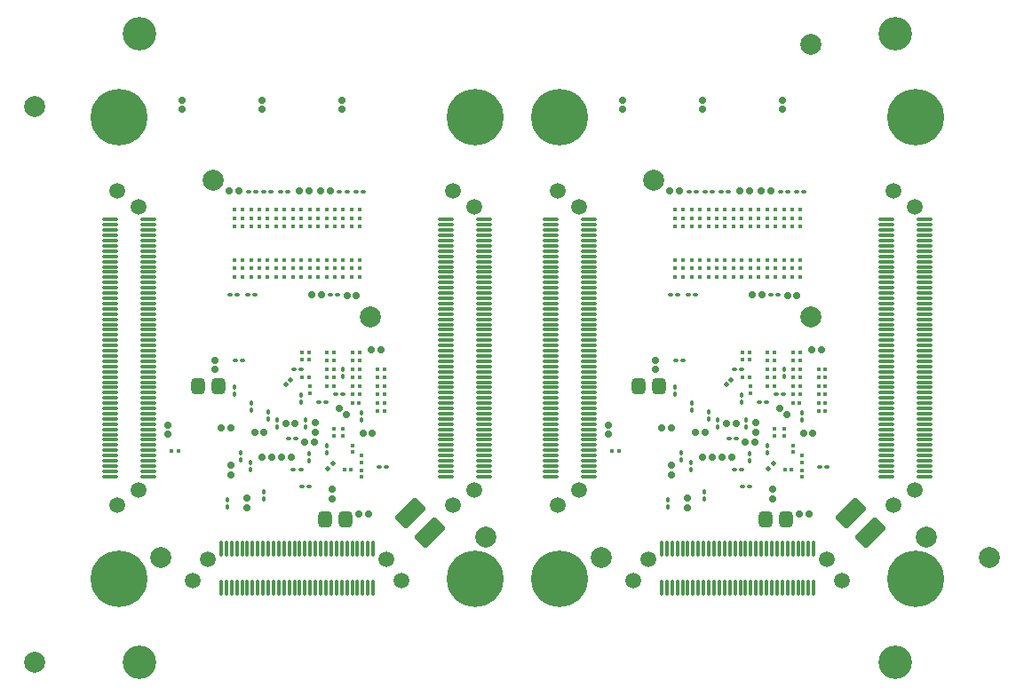
<source format=gbr>
G04*
G04 #@! TF.GenerationSoftware,Altium Limited,Altium Designer,22.4.2 (48)*
G04*
G04 Layer_Color=16711935*
%FSAX24Y24*%
%MOIN*%
G70*
G04*
G04 #@! TF.SameCoordinates,804BE6BC-564E-48D7-BD21-CB3B51F5BFA5*
G04*
G04*
G04 #@! TF.FilePolarity,Negative*
G04*
G01*
G75*
G04:AMPARAMS|DCode=22|XSize=59.1mil|YSize=51.2mil|CornerRadius=12.8mil|HoleSize=0mil|Usage=FLASHONLY|Rotation=90.000|XOffset=0mil|YOffset=0mil|HoleType=Round|Shape=RoundedRectangle|*
%AMROUNDEDRECTD22*
21,1,0.0591,0.0256,0,0,90.0*
21,1,0.0335,0.0512,0,0,90.0*
1,1,0.0256,0.0128,0.0167*
1,1,0.0256,0.0128,-0.0167*
1,1,0.0256,-0.0128,-0.0167*
1,1,0.0256,-0.0128,0.0167*
%
%ADD22ROUNDEDRECTD22*%
G04:AMPARAMS|DCode=23|XSize=23.6mil|YSize=23.6mil|CornerRadius=5.9mil|HoleSize=0mil|Usage=FLASHONLY|Rotation=270.000|XOffset=0mil|YOffset=0mil|HoleType=Round|Shape=RoundedRectangle|*
%AMROUNDEDRECTD23*
21,1,0.0236,0.0118,0,0,270.0*
21,1,0.0118,0.0236,0,0,270.0*
1,1,0.0118,-0.0059,-0.0059*
1,1,0.0118,-0.0059,0.0059*
1,1,0.0118,0.0059,0.0059*
1,1,0.0118,0.0059,-0.0059*
%
%ADD23ROUNDEDRECTD23*%
G04:AMPARAMS|DCode=24|XSize=23.6mil|YSize=23.6mil|CornerRadius=5.9mil|HoleSize=0mil|Usage=FLASHONLY|Rotation=0.000|XOffset=0mil|YOffset=0mil|HoleType=Round|Shape=RoundedRectangle|*
%AMROUNDEDRECTD24*
21,1,0.0236,0.0118,0,0,0.0*
21,1,0.0118,0.0236,0,0,0.0*
1,1,0.0118,0.0059,-0.0059*
1,1,0.0118,-0.0059,-0.0059*
1,1,0.0118,-0.0059,0.0059*
1,1,0.0118,0.0059,0.0059*
%
%ADD24ROUNDEDRECTD24*%
G04:AMPARAMS|DCode=25|XSize=25.2mil|YSize=25.2mil|CornerRadius=6.3mil|HoleSize=0mil|Usage=FLASHONLY|Rotation=0.000|XOffset=0mil|YOffset=0mil|HoleType=Round|Shape=RoundedRectangle|*
%AMROUNDEDRECTD25*
21,1,0.0252,0.0126,0,0,0.0*
21,1,0.0126,0.0252,0,0,0.0*
1,1,0.0126,0.0063,-0.0063*
1,1,0.0126,-0.0063,-0.0063*
1,1,0.0126,-0.0063,0.0063*
1,1,0.0126,0.0063,0.0063*
%
%ADD25ROUNDEDRECTD25*%
G04:AMPARAMS|DCode=26|XSize=25.2mil|YSize=25.2mil|CornerRadius=6.3mil|HoleSize=0mil|Usage=FLASHONLY|Rotation=270.000|XOffset=0mil|YOffset=0mil|HoleType=Round|Shape=RoundedRectangle|*
%AMROUNDEDRECTD26*
21,1,0.0252,0.0126,0,0,270.0*
21,1,0.0126,0.0252,0,0,270.0*
1,1,0.0126,-0.0063,-0.0063*
1,1,0.0126,-0.0063,0.0063*
1,1,0.0126,0.0063,0.0063*
1,1,0.0126,0.0063,-0.0063*
%
%ADD26ROUNDEDRECTD26*%
G04:AMPARAMS|DCode=28|XSize=25.2mil|YSize=25.2mil|CornerRadius=6.3mil|HoleSize=0mil|Usage=FLASHONLY|Rotation=225.000|XOffset=0mil|YOffset=0mil|HoleType=Round|Shape=RoundedRectangle|*
%AMROUNDEDRECTD28*
21,1,0.0252,0.0126,0,0,225.0*
21,1,0.0126,0.0252,0,0,225.0*
1,1,0.0126,-0.0089,0.0000*
1,1,0.0126,0.0000,0.0089*
1,1,0.0126,0.0089,0.0000*
1,1,0.0126,0.0000,-0.0089*
%
%ADD28ROUNDEDRECTD28*%
G04:AMPARAMS|DCode=29|XSize=13.8mil|YSize=15.7mil|CornerRadius=3.4mil|HoleSize=0mil|Usage=FLASHONLY|Rotation=270.000|XOffset=0mil|YOffset=0mil|HoleType=Round|Shape=RoundedRectangle|*
%AMROUNDEDRECTD29*
21,1,0.0138,0.0089,0,0,270.0*
21,1,0.0069,0.0157,0,0,270.0*
1,1,0.0069,-0.0044,-0.0034*
1,1,0.0069,-0.0044,0.0034*
1,1,0.0069,0.0044,0.0034*
1,1,0.0069,0.0044,-0.0034*
%
%ADD29ROUNDEDRECTD29*%
G04:AMPARAMS|DCode=30|XSize=13.8mil|YSize=15.7mil|CornerRadius=3.4mil|HoleSize=0mil|Usage=FLASHONLY|Rotation=180.000|XOffset=0mil|YOffset=0mil|HoleType=Round|Shape=RoundedRectangle|*
%AMROUNDEDRECTD30*
21,1,0.0138,0.0089,0,0,180.0*
21,1,0.0069,0.0157,0,0,180.0*
1,1,0.0069,-0.0034,0.0044*
1,1,0.0069,0.0034,0.0044*
1,1,0.0069,0.0034,-0.0044*
1,1,0.0069,-0.0034,-0.0044*
%
%ADD30ROUNDEDRECTD30*%
G04:AMPARAMS|DCode=31|XSize=16.5mil|YSize=18.1mil|CornerRadius=4.1mil|HoleSize=0mil|Usage=FLASHONLY|Rotation=270.000|XOffset=0mil|YOffset=0mil|HoleType=Round|Shape=RoundedRectangle|*
%AMROUNDEDRECTD31*
21,1,0.0165,0.0098,0,0,270.0*
21,1,0.0083,0.0181,0,0,270.0*
1,1,0.0083,-0.0049,-0.0041*
1,1,0.0083,-0.0049,0.0041*
1,1,0.0083,0.0049,0.0041*
1,1,0.0083,0.0049,-0.0041*
%
%ADD31ROUNDEDRECTD31*%
%ADD33C,0.0157*%
%ADD45C,0.1260*%
%ADD46C,0.2126*%
%ADD47C,0.0591*%
G04:AMPARAMS|DCode=51|XSize=110.2mil|YSize=65mil|CornerRadius=8.1mil|HoleSize=0mil|Usage=FLASHONLY|Rotation=45.000|XOffset=0mil|YOffset=0mil|HoleType=Round|Shape=RoundedRectangle|*
%AMROUNDEDRECTD51*
21,1,0.1102,0.0487,0,0,45.0*
21,1,0.0940,0.0650,0,0,45.0*
1,1,0.0162,0.0505,0.0160*
1,1,0.0162,-0.0160,-0.0505*
1,1,0.0162,-0.0505,-0.0160*
1,1,0.0162,0.0160,0.0505*
%
%ADD51ROUNDEDRECTD51*%
G04:AMPARAMS|DCode=52|XSize=16.5mil|YSize=18.1mil|CornerRadius=4.1mil|HoleSize=0mil|Usage=FLASHONLY|Rotation=180.000|XOffset=0mil|YOffset=0mil|HoleType=Round|Shape=RoundedRectangle|*
%AMROUNDEDRECTD52*
21,1,0.0165,0.0098,0,0,180.0*
21,1,0.0083,0.0181,0,0,180.0*
1,1,0.0083,-0.0041,0.0049*
1,1,0.0083,0.0041,0.0049*
1,1,0.0083,0.0041,-0.0049*
1,1,0.0083,-0.0041,-0.0049*
%
%ADD52ROUNDEDRECTD52*%
G04:AMPARAMS|DCode=53|XSize=16.5mil|YSize=18.1mil|CornerRadius=4.1mil|HoleSize=0mil|Usage=FLASHONLY|Rotation=135.000|XOffset=0mil|YOffset=0mil|HoleType=Round|Shape=RoundedRectangle|*
%AMROUNDEDRECTD53*
21,1,0.0165,0.0098,0,0,135.0*
21,1,0.0083,0.0181,0,0,135.0*
1,1,0.0083,0.0006,0.0064*
1,1,0.0083,0.0064,0.0006*
1,1,0.0083,-0.0006,-0.0064*
1,1,0.0083,-0.0064,-0.0006*
%
%ADD53ROUNDEDRECTD53*%
G04:AMPARAMS|DCode=54|XSize=11.8mil|YSize=59.1mil|CornerRadius=3mil|HoleSize=0mil|Usage=FLASHONLY|Rotation=0.000|XOffset=0mil|YOffset=0mil|HoleType=Round|Shape=RoundedRectangle|*
%AMROUNDEDRECTD54*
21,1,0.0118,0.0531,0,0,0.0*
21,1,0.0059,0.0591,0,0,0.0*
1,1,0.0059,0.0030,-0.0266*
1,1,0.0059,-0.0030,-0.0266*
1,1,0.0059,-0.0030,0.0266*
1,1,0.0059,0.0030,0.0266*
%
%ADD54ROUNDEDRECTD54*%
G04:AMPARAMS|DCode=55|XSize=11.8mil|YSize=59.1mil|CornerRadius=3mil|HoleSize=0mil|Usage=FLASHONLY|Rotation=270.000|XOffset=0mil|YOffset=0mil|HoleType=Round|Shape=RoundedRectangle|*
%AMROUNDEDRECTD55*
21,1,0.0118,0.0531,0,0,270.0*
21,1,0.0059,0.0591,0,0,270.0*
1,1,0.0059,-0.0266,-0.0030*
1,1,0.0059,-0.0266,0.0030*
1,1,0.0059,0.0266,0.0030*
1,1,0.0059,0.0266,-0.0030*
%
%ADD55ROUNDEDRECTD55*%
%ADD64C,0.0787*%
D22*
X008848Y012343D02*
D03*
X008100D02*
D03*
X013622Y007362D02*
D03*
X012874D02*
D03*
X025384Y012343D02*
D03*
X024636D02*
D03*
X030157Y007362D02*
D03*
X029409D02*
D03*
D23*
X012362Y015768D02*
D03*
X012717D02*
D03*
X010846Y009675D02*
D03*
X010492D02*
D03*
X012106Y010256D02*
D03*
X012461D02*
D03*
X011742Y010955D02*
D03*
X011388D02*
D03*
X028898Y015768D02*
D03*
X029252D02*
D03*
X027382Y009675D02*
D03*
X027028D02*
D03*
X028642Y010256D02*
D03*
X028996D02*
D03*
X028278Y010955D02*
D03*
X027923D02*
D03*
D24*
X010482Y022736D02*
D03*
Y023091D02*
D03*
X013494Y022736D02*
D03*
Y023091D02*
D03*
X007490Y022736D02*
D03*
Y023091D02*
D03*
X027018Y022736D02*
D03*
Y023091D02*
D03*
X030030Y022736D02*
D03*
Y023091D02*
D03*
X024026Y022736D02*
D03*
Y023091D02*
D03*
D25*
X009341Y009032D02*
D03*
Y009394D02*
D03*
X009921Y007772D02*
D03*
Y008134D02*
D03*
X012490Y010988D02*
D03*
Y010626D02*
D03*
X008720Y012968D02*
D03*
Y013331D02*
D03*
X013120Y008469D02*
D03*
Y008106D02*
D03*
X006959Y010900D02*
D03*
Y010537D02*
D03*
X025876Y009032D02*
D03*
Y009394D02*
D03*
X026457Y007772D02*
D03*
Y008134D02*
D03*
X029026Y010988D02*
D03*
Y010626D02*
D03*
X025256Y012968D02*
D03*
Y013331D02*
D03*
X029656Y008469D02*
D03*
Y008106D02*
D03*
X023494Y010900D02*
D03*
Y010537D02*
D03*
D26*
X010575Y010630D02*
D03*
X010213D02*
D03*
X011217Y009685D02*
D03*
X011579D02*
D03*
X009335Y010778D02*
D03*
X008972D02*
D03*
X014278Y010591D02*
D03*
X014640D02*
D03*
X014593Y013711D02*
D03*
X014955D02*
D03*
X014140Y007539D02*
D03*
X014502D02*
D03*
X013677Y015748D02*
D03*
X014039D02*
D03*
X009268Y019685D02*
D03*
X009630D02*
D03*
X012268D02*
D03*
X011906D02*
D03*
X012693D02*
D03*
X013055D02*
D03*
X027110Y010630D02*
D03*
X026748D02*
D03*
X027752Y009685D02*
D03*
X028114D02*
D03*
X025870Y010778D02*
D03*
X025508D02*
D03*
X030813Y010591D02*
D03*
X031175D02*
D03*
X031128Y013711D02*
D03*
X031490D02*
D03*
X030675Y007539D02*
D03*
X031037D02*
D03*
X030213Y015748D02*
D03*
X030575D02*
D03*
X025803Y019685D02*
D03*
X026165D02*
D03*
X028803D02*
D03*
X028441D02*
D03*
X029228D02*
D03*
X029591D02*
D03*
D28*
X013396Y011526D02*
D03*
X013652Y011270D02*
D03*
X029931Y011526D02*
D03*
X030187Y011270D02*
D03*
D29*
X015098Y012992D02*
D03*
X014843D02*
D03*
X015098Y012047D02*
D03*
X014843D02*
D03*
X014134Y011732D02*
D03*
X013878D02*
D03*
X015098Y012677D02*
D03*
X014843D02*
D03*
X015098Y011732D02*
D03*
X014843D02*
D03*
X015098Y012362D02*
D03*
X014843D02*
D03*
X012254Y013346D02*
D03*
X011998D02*
D03*
X012254Y012667D02*
D03*
X011998D02*
D03*
X012254Y013632D02*
D03*
X011998D02*
D03*
X014144Y013307D02*
D03*
X013888D02*
D03*
X013189Y013622D02*
D03*
X012933D02*
D03*
X015098Y011417D02*
D03*
X014843D02*
D03*
X013189Y013307D02*
D03*
X012933D02*
D03*
X013189Y012362D02*
D03*
X012933D02*
D03*
X013189Y012677D02*
D03*
X012933D02*
D03*
X013189Y012992D02*
D03*
X012933D02*
D03*
X014144Y012362D02*
D03*
X013888D02*
D03*
X014144Y012992D02*
D03*
X013888D02*
D03*
X014144Y013622D02*
D03*
X013888D02*
D03*
X014144Y012677D02*
D03*
X013888D02*
D03*
X014144Y012047D02*
D03*
X013888D02*
D03*
X007106Y009902D02*
D03*
X007362D02*
D03*
X013579Y009209D02*
D03*
X013835D02*
D03*
X031634Y012992D02*
D03*
X031378D02*
D03*
X031634Y012047D02*
D03*
X031378D02*
D03*
X030669Y011732D02*
D03*
X030413D02*
D03*
X031634Y012677D02*
D03*
X031378D02*
D03*
X031634Y011732D02*
D03*
X031378D02*
D03*
X031634Y012362D02*
D03*
X031378D02*
D03*
X028789Y013346D02*
D03*
X028533D02*
D03*
X028789Y012667D02*
D03*
X028533D02*
D03*
X028789Y013632D02*
D03*
X028533D02*
D03*
X030679Y013307D02*
D03*
X030423D02*
D03*
X029724Y013622D02*
D03*
X029469D02*
D03*
X031634Y011417D02*
D03*
X031378D02*
D03*
X029724Y013307D02*
D03*
X029469D02*
D03*
X029724Y012362D02*
D03*
X029469D02*
D03*
X029724Y012677D02*
D03*
X029469D02*
D03*
X029724Y012992D02*
D03*
X029469D02*
D03*
X030679Y012362D02*
D03*
X030423D02*
D03*
X030679Y012992D02*
D03*
X030423D02*
D03*
X030679Y013622D02*
D03*
X030423D02*
D03*
X030679Y012677D02*
D03*
X030423D02*
D03*
X030679Y012047D02*
D03*
X030423D02*
D03*
X023642Y009902D02*
D03*
X023898D02*
D03*
X030114Y009209D02*
D03*
X030370D02*
D03*
D30*
X012283Y012352D02*
D03*
Y012096D02*
D03*
X013199Y010492D02*
D03*
Y010748D02*
D03*
X013543Y010492D02*
D03*
Y010748D02*
D03*
X014232Y009193D02*
D03*
Y008937D02*
D03*
Y009744D02*
D03*
Y009488D02*
D03*
X013878Y010128D02*
D03*
Y009872D02*
D03*
X028819Y012352D02*
D03*
Y012096D02*
D03*
X029734Y010492D02*
D03*
Y010748D02*
D03*
X030079Y010492D02*
D03*
Y010748D02*
D03*
X030768Y009193D02*
D03*
Y008937D02*
D03*
Y009744D02*
D03*
Y009488D02*
D03*
X030413Y010128D02*
D03*
Y009872D02*
D03*
D31*
X011500Y010384D02*
D03*
X011768D02*
D03*
X012622Y011742D02*
D03*
X012890D02*
D03*
X011945Y012996D02*
D03*
X011677D02*
D03*
X013530Y012047D02*
D03*
X013262D02*
D03*
X009750Y013317D02*
D03*
X009482D02*
D03*
X011944Y009216D02*
D03*
X011676D02*
D03*
X012256Y008583D02*
D03*
X011988D02*
D03*
X014896Y009311D02*
D03*
X015163D02*
D03*
X014039Y019646D02*
D03*
X014307D02*
D03*
X013323Y015787D02*
D03*
X013055D02*
D03*
X011472Y019646D02*
D03*
X011205D02*
D03*
X009984D02*
D03*
X010252D02*
D03*
X010843D02*
D03*
X010575D02*
D03*
X009945Y015787D02*
D03*
X010213D02*
D03*
X013409Y019646D02*
D03*
X013677D02*
D03*
X009305Y015778D02*
D03*
X009573D02*
D03*
X028035Y010384D02*
D03*
X028303D02*
D03*
X029157Y011742D02*
D03*
X029425D02*
D03*
X028481Y012996D02*
D03*
X028213D02*
D03*
X030065Y012047D02*
D03*
X029797D02*
D03*
X026285Y013317D02*
D03*
X026018D02*
D03*
X028480Y009216D02*
D03*
X028212D02*
D03*
X028791Y008583D02*
D03*
X028524D02*
D03*
X031431Y009311D02*
D03*
X031699D02*
D03*
X030575Y019646D02*
D03*
X030843D02*
D03*
X029858Y015787D02*
D03*
X029591D02*
D03*
X028008Y019646D02*
D03*
X027740D02*
D03*
X026520D02*
D03*
X026787D02*
D03*
X027378D02*
D03*
X027110D02*
D03*
X026480Y015787D02*
D03*
X026748D02*
D03*
X029945Y019646D02*
D03*
X030213D02*
D03*
X025841Y015778D02*
D03*
X026108D02*
D03*
D33*
X013858Y018976D02*
D03*
X013543D02*
D03*
X014173D02*
D03*
X013543Y018661D02*
D03*
X013228Y018976D02*
D03*
X012913D02*
D03*
X013228Y018661D02*
D03*
X012913D02*
D03*
X014173D02*
D03*
X013858D02*
D03*
X014173Y018346D02*
D03*
X013858D02*
D03*
X013228D02*
D03*
X012913D02*
D03*
X013543D02*
D03*
X012598Y018976D02*
D03*
X012283D02*
D03*
Y018661D02*
D03*
X011969D02*
D03*
Y018976D02*
D03*
X011654D02*
D03*
Y018661D02*
D03*
X012598D02*
D03*
X011969Y018346D02*
D03*
X012598D02*
D03*
X012283D02*
D03*
X011654D02*
D03*
X014173Y017087D02*
D03*
X013543D02*
D03*
X013228D02*
D03*
X013858D02*
D03*
X013228Y016772D02*
D03*
X014173D02*
D03*
X013858D02*
D03*
X014173Y016457D02*
D03*
X013858D02*
D03*
X013543Y016772D02*
D03*
X013228Y016457D02*
D03*
X013543D02*
D03*
X012598Y017087D02*
D03*
X012283D02*
D03*
X012913D02*
D03*
X012283Y016772D02*
D03*
X011969Y017087D02*
D03*
X011654D02*
D03*
X011969Y016772D02*
D03*
X012913D02*
D03*
X012598D02*
D03*
X012913Y016457D02*
D03*
X012598D02*
D03*
X011969D02*
D03*
X011654D02*
D03*
X012283D02*
D03*
X011024Y018976D02*
D03*
X010709D02*
D03*
X011339D02*
D03*
X010709Y018661D02*
D03*
X010394D02*
D03*
X011339D02*
D03*
X011024D02*
D03*
X011339Y018346D02*
D03*
X011024D02*
D03*
X010709D02*
D03*
X010394D02*
D03*
X009449Y018976D02*
D03*
X010079D02*
D03*
X009764D02*
D03*
X010394D02*
D03*
X010079Y018661D02*
D03*
Y018346D02*
D03*
X009764D02*
D03*
Y018661D02*
D03*
X009449D02*
D03*
Y018346D02*
D03*
X011339Y017087D02*
D03*
X011024Y016772D02*
D03*
X011654D02*
D03*
X011339D02*
D03*
X011024Y017087D02*
D03*
X010709D02*
D03*
Y016772D02*
D03*
Y016457D02*
D03*
X010394D02*
D03*
X011339D02*
D03*
X011024D02*
D03*
X009764Y017087D02*
D03*
X009449D02*
D03*
X010394D02*
D03*
X010079D02*
D03*
X010394Y016772D02*
D03*
X010079D02*
D03*
Y016457D02*
D03*
X009764D02*
D03*
Y016772D02*
D03*
X009449D02*
D03*
Y016457D02*
D03*
X030394Y018976D02*
D03*
X030079D02*
D03*
X030709D02*
D03*
X030079Y018661D02*
D03*
X029764Y018976D02*
D03*
X029449D02*
D03*
X029764Y018661D02*
D03*
X029449D02*
D03*
X030709D02*
D03*
X030394D02*
D03*
X030709Y018346D02*
D03*
X030394D02*
D03*
X029764D02*
D03*
X029449D02*
D03*
X030079D02*
D03*
X029134Y018976D02*
D03*
X028819D02*
D03*
Y018661D02*
D03*
X028504D02*
D03*
Y018976D02*
D03*
X028189D02*
D03*
Y018661D02*
D03*
X029134D02*
D03*
X028504Y018346D02*
D03*
X029134D02*
D03*
X028819D02*
D03*
X028189D02*
D03*
X030709Y017087D02*
D03*
X030079D02*
D03*
X029764D02*
D03*
X030394D02*
D03*
X029764Y016772D02*
D03*
X030709D02*
D03*
X030394D02*
D03*
X030709Y016457D02*
D03*
X030394D02*
D03*
X030079Y016772D02*
D03*
X029764Y016457D02*
D03*
X030079D02*
D03*
X029134Y017087D02*
D03*
X028819D02*
D03*
X029449D02*
D03*
X028819Y016772D02*
D03*
X028504Y017087D02*
D03*
X028189D02*
D03*
X028504Y016772D02*
D03*
X029449D02*
D03*
X029134D02*
D03*
X029449Y016457D02*
D03*
X029134D02*
D03*
X028504D02*
D03*
X028189D02*
D03*
X028819D02*
D03*
X027559Y018976D02*
D03*
X027244D02*
D03*
X027874D02*
D03*
X027244Y018661D02*
D03*
X026929D02*
D03*
X027874D02*
D03*
X027559D02*
D03*
X027874Y018346D02*
D03*
X027559D02*
D03*
X027244D02*
D03*
X026929D02*
D03*
X025984Y018976D02*
D03*
X026614D02*
D03*
X026299D02*
D03*
X026929D02*
D03*
X026614Y018661D02*
D03*
Y018346D02*
D03*
X026299D02*
D03*
Y018661D02*
D03*
X025984D02*
D03*
Y018346D02*
D03*
X027874Y017087D02*
D03*
X027559Y016772D02*
D03*
X028189D02*
D03*
X027874D02*
D03*
X027559Y017087D02*
D03*
X027244D02*
D03*
Y016772D02*
D03*
Y016457D02*
D03*
X026929D02*
D03*
X027874D02*
D03*
X027559D02*
D03*
X026299Y017087D02*
D03*
X025984D02*
D03*
X026929D02*
D03*
X026614D02*
D03*
X026929Y016772D02*
D03*
X026614D02*
D03*
Y016457D02*
D03*
X026299D02*
D03*
Y016772D02*
D03*
X025984D02*
D03*
Y016457D02*
D03*
D45*
X034252Y025591D02*
D03*
Y001969D02*
D03*
X005906D02*
D03*
Y025591D02*
D03*
D46*
X018504Y005118D02*
D03*
X005118D02*
D03*
X018504Y022441D02*
D03*
X005118D02*
D03*
X035039Y005118D02*
D03*
X021654D02*
D03*
X035039Y022441D02*
D03*
X021654D02*
D03*
D47*
X015157Y005846D02*
D03*
X015738Y005059D02*
D03*
X008465Y005846D02*
D03*
X007884Y005059D02*
D03*
X005846Y019094D02*
D03*
X005059Y019675D02*
D03*
X005846Y008465D02*
D03*
X005059Y007884D02*
D03*
X018445Y019094D02*
D03*
X017657Y019675D02*
D03*
X018445Y008465D02*
D03*
X017657Y007884D02*
D03*
X031693Y005846D02*
D03*
X032274Y005059D02*
D03*
X025000Y005846D02*
D03*
X024419Y005059D02*
D03*
X022382Y019094D02*
D03*
X021594Y019675D02*
D03*
X022382Y008465D02*
D03*
X021594Y007884D02*
D03*
X034980Y019094D02*
D03*
X034193Y019675D02*
D03*
X034980Y008465D02*
D03*
X034193Y007884D02*
D03*
D51*
X016786Y006836D02*
D03*
X016048Y007574D02*
D03*
X033322Y006836D02*
D03*
X032584Y007574D02*
D03*
D52*
X010069Y009226D02*
D03*
Y009494D02*
D03*
X009705Y009581D02*
D03*
Y009848D02*
D03*
X010551Y008382D02*
D03*
Y008114D02*
D03*
X009183Y008087D02*
D03*
Y007819D02*
D03*
X011959Y011766D02*
D03*
Y012033D02*
D03*
X010715Y011115D02*
D03*
Y011382D02*
D03*
X011053Y010821D02*
D03*
Y011089D02*
D03*
X012923Y010124D02*
D03*
Y009856D02*
D03*
X012254Y009561D02*
D03*
Y009829D02*
D03*
X012136Y011079D02*
D03*
Y010811D02*
D03*
X009453Y012062D02*
D03*
Y012330D02*
D03*
X010089Y011709D02*
D03*
Y011441D02*
D03*
X014222Y011087D02*
D03*
Y011354D02*
D03*
X013543Y012978D02*
D03*
Y012711D02*
D03*
X026604Y009226D02*
D03*
Y009494D02*
D03*
X026240Y009581D02*
D03*
Y009848D02*
D03*
X027087Y008382D02*
D03*
Y008114D02*
D03*
X025719Y008087D02*
D03*
Y007819D02*
D03*
X028494Y011766D02*
D03*
Y012033D02*
D03*
X027250Y011115D02*
D03*
Y011382D02*
D03*
X027589Y010821D02*
D03*
Y011089D02*
D03*
X029459Y010124D02*
D03*
Y009856D02*
D03*
X028789Y009561D02*
D03*
Y009829D02*
D03*
X028671Y011079D02*
D03*
Y010811D02*
D03*
X025989Y012062D02*
D03*
Y012330D02*
D03*
X026624Y011709D02*
D03*
Y011441D02*
D03*
X030758Y011087D02*
D03*
Y011354D02*
D03*
X030079Y012978D02*
D03*
Y012711D02*
D03*
D53*
X011382Y012405D02*
D03*
X011571Y012595D02*
D03*
X013146Y009435D02*
D03*
X012957Y009246D02*
D03*
X027917Y012405D02*
D03*
X028106Y012595D02*
D03*
X029681Y009435D02*
D03*
X029492Y009246D02*
D03*
D54*
X013878Y006240D02*
D03*
X014075D02*
D03*
X014468D02*
D03*
X014272D02*
D03*
X014665D02*
D03*
X012500D02*
D03*
X012303D02*
D03*
X012697D02*
D03*
X011909D02*
D03*
X011713D02*
D03*
X012106D02*
D03*
X013484D02*
D03*
X013287D02*
D03*
X013681D02*
D03*
X013091D02*
D03*
X012894D02*
D03*
X014272Y004783D02*
D03*
X014075D02*
D03*
X014468D02*
D03*
X014665D02*
D03*
X012500D02*
D03*
X012303D02*
D03*
X012697D02*
D03*
X011909D02*
D03*
X011713D02*
D03*
X012106D02*
D03*
X013681D02*
D03*
X013484D02*
D03*
X013878D02*
D03*
X013091D02*
D03*
X012894D02*
D03*
X013287D02*
D03*
X010728Y006240D02*
D03*
X010532D02*
D03*
X010925D02*
D03*
X010335D02*
D03*
X011516D02*
D03*
X011319D02*
D03*
X011122D02*
D03*
X009350D02*
D03*
X009154D02*
D03*
X009547D02*
D03*
X008957D02*
D03*
X009941D02*
D03*
X009744D02*
D03*
X010138D02*
D03*
X010728Y004783D02*
D03*
X010532D02*
D03*
X010925D02*
D03*
X010335D02*
D03*
X010138D02*
D03*
X011319D02*
D03*
X011122D02*
D03*
X011516D02*
D03*
X009154D02*
D03*
X008957D02*
D03*
X009350D02*
D03*
X009744D02*
D03*
X009547D02*
D03*
X009941D02*
D03*
X030413Y006240D02*
D03*
X030610D02*
D03*
X031004D02*
D03*
X030807D02*
D03*
X031201D02*
D03*
X029035D02*
D03*
X028839D02*
D03*
X029232D02*
D03*
X028445D02*
D03*
X028248D02*
D03*
X028642D02*
D03*
X030020D02*
D03*
X029823D02*
D03*
X030217D02*
D03*
X029626D02*
D03*
X029429D02*
D03*
X030807Y004783D02*
D03*
X030610D02*
D03*
X031004D02*
D03*
X031201D02*
D03*
X029035D02*
D03*
X028839D02*
D03*
X029232D02*
D03*
X028445D02*
D03*
X028248D02*
D03*
X028642D02*
D03*
X030217D02*
D03*
X030020D02*
D03*
X030413D02*
D03*
X029626D02*
D03*
X029429D02*
D03*
X029823D02*
D03*
X027264Y006240D02*
D03*
X027067D02*
D03*
X027461D02*
D03*
X026870D02*
D03*
X028051D02*
D03*
X027854D02*
D03*
X027657D02*
D03*
X025886D02*
D03*
X025689D02*
D03*
X026083D02*
D03*
X025492D02*
D03*
X026476D02*
D03*
X026280D02*
D03*
X026673D02*
D03*
X027264Y004783D02*
D03*
X027067D02*
D03*
X027461D02*
D03*
X026870D02*
D03*
X026673D02*
D03*
X027854D02*
D03*
X027657D02*
D03*
X028051D02*
D03*
X025689D02*
D03*
X025492D02*
D03*
X025886D02*
D03*
X026280D02*
D03*
X026083D02*
D03*
X026476D02*
D03*
D55*
X006240Y015453D02*
D03*
Y015059D02*
D03*
Y015256D02*
D03*
Y016043D02*
D03*
Y016240D02*
D03*
Y015650D02*
D03*
Y015846D02*
D03*
Y013878D02*
D03*
Y014075D02*
D03*
Y013484D02*
D03*
Y013681D02*
D03*
Y014665D02*
D03*
Y014862D02*
D03*
Y014272D02*
D03*
Y014468D02*
D03*
Y018209D02*
D03*
Y018012D02*
D03*
Y017618D02*
D03*
Y017815D02*
D03*
Y018406D02*
D03*
Y018602D02*
D03*
Y016831D02*
D03*
Y017028D02*
D03*
Y016437D02*
D03*
Y016634D02*
D03*
Y017224D02*
D03*
Y017421D02*
D03*
Y009941D02*
D03*
Y009744D02*
D03*
Y010138D02*
D03*
Y013091D02*
D03*
Y013287D02*
D03*
Y012697D02*
D03*
Y012894D02*
D03*
Y009350D02*
D03*
Y009547D02*
D03*
Y008957D02*
D03*
Y009154D02*
D03*
Y011713D02*
D03*
Y011516D02*
D03*
Y011909D02*
D03*
Y011319D02*
D03*
Y012303D02*
D03*
Y012500D02*
D03*
Y012106D02*
D03*
Y010532D02*
D03*
Y010728D02*
D03*
Y010335D02*
D03*
Y010925D02*
D03*
Y011122D02*
D03*
X004783Y015256D02*
D03*
Y015453D02*
D03*
Y016043D02*
D03*
Y016240D02*
D03*
Y015650D02*
D03*
Y015846D02*
D03*
Y014075D02*
D03*
Y014272D02*
D03*
Y013287D02*
D03*
Y013878D02*
D03*
Y014862D02*
D03*
Y015059D02*
D03*
Y014468D02*
D03*
Y014665D02*
D03*
Y018209D02*
D03*
Y018012D02*
D03*
Y017618D02*
D03*
Y017815D02*
D03*
Y018406D02*
D03*
Y018602D02*
D03*
Y016437D02*
D03*
Y016634D02*
D03*
Y013484D02*
D03*
Y013681D02*
D03*
Y017224D02*
D03*
Y017421D02*
D03*
Y016831D02*
D03*
Y017028D02*
D03*
Y012303D02*
D03*
Y012106D02*
D03*
Y012500D02*
D03*
Y011713D02*
D03*
Y011909D02*
D03*
Y012894D02*
D03*
Y013091D02*
D03*
Y012697D02*
D03*
Y008957D02*
D03*
Y009547D02*
D03*
Y009744D02*
D03*
Y009154D02*
D03*
Y009350D02*
D03*
Y010925D02*
D03*
Y010728D02*
D03*
Y011122D02*
D03*
Y010532D02*
D03*
Y011319D02*
D03*
Y011516D02*
D03*
Y010138D02*
D03*
Y010335D02*
D03*
Y009941D02*
D03*
X018839Y015453D02*
D03*
Y015059D02*
D03*
Y015256D02*
D03*
Y016043D02*
D03*
Y016240D02*
D03*
Y015650D02*
D03*
Y015846D02*
D03*
Y013878D02*
D03*
Y014075D02*
D03*
Y013484D02*
D03*
Y013681D02*
D03*
Y014665D02*
D03*
Y014862D02*
D03*
Y014272D02*
D03*
Y014468D02*
D03*
Y018209D02*
D03*
Y018012D02*
D03*
Y017618D02*
D03*
Y017815D02*
D03*
Y018406D02*
D03*
Y018602D02*
D03*
Y016831D02*
D03*
Y017028D02*
D03*
Y016437D02*
D03*
Y016634D02*
D03*
Y017224D02*
D03*
Y017421D02*
D03*
Y009941D02*
D03*
Y009744D02*
D03*
Y010138D02*
D03*
Y013091D02*
D03*
Y013287D02*
D03*
Y012697D02*
D03*
Y012894D02*
D03*
Y009350D02*
D03*
Y009547D02*
D03*
Y008957D02*
D03*
Y009154D02*
D03*
Y011713D02*
D03*
Y011516D02*
D03*
Y011909D02*
D03*
Y011319D02*
D03*
Y012303D02*
D03*
Y012500D02*
D03*
Y012106D02*
D03*
Y010532D02*
D03*
Y010728D02*
D03*
Y010335D02*
D03*
Y010925D02*
D03*
Y011122D02*
D03*
X017382Y015256D02*
D03*
Y015453D02*
D03*
Y016043D02*
D03*
Y016240D02*
D03*
Y015650D02*
D03*
Y015846D02*
D03*
Y014075D02*
D03*
Y014272D02*
D03*
Y013287D02*
D03*
Y013878D02*
D03*
Y014862D02*
D03*
Y015059D02*
D03*
Y014468D02*
D03*
Y014665D02*
D03*
Y018209D02*
D03*
Y018012D02*
D03*
Y017618D02*
D03*
Y017815D02*
D03*
Y018406D02*
D03*
Y018602D02*
D03*
Y016437D02*
D03*
Y016634D02*
D03*
Y013484D02*
D03*
Y013681D02*
D03*
Y017224D02*
D03*
Y017421D02*
D03*
Y016831D02*
D03*
Y017028D02*
D03*
Y012303D02*
D03*
Y012106D02*
D03*
Y012500D02*
D03*
Y011713D02*
D03*
Y011909D02*
D03*
Y012894D02*
D03*
Y013091D02*
D03*
Y012697D02*
D03*
Y008957D02*
D03*
Y009547D02*
D03*
Y009744D02*
D03*
Y009154D02*
D03*
Y009350D02*
D03*
Y010925D02*
D03*
Y010728D02*
D03*
Y011122D02*
D03*
Y010532D02*
D03*
Y011319D02*
D03*
Y011516D02*
D03*
Y010138D02*
D03*
Y010335D02*
D03*
Y009941D02*
D03*
X022776Y015453D02*
D03*
Y015059D02*
D03*
Y015256D02*
D03*
Y016043D02*
D03*
Y016240D02*
D03*
Y015650D02*
D03*
Y015846D02*
D03*
Y013878D02*
D03*
Y014075D02*
D03*
Y013484D02*
D03*
Y013681D02*
D03*
Y014665D02*
D03*
Y014862D02*
D03*
Y014272D02*
D03*
Y014468D02*
D03*
Y018209D02*
D03*
Y018012D02*
D03*
Y017618D02*
D03*
Y017815D02*
D03*
Y018406D02*
D03*
Y018602D02*
D03*
Y016831D02*
D03*
Y017028D02*
D03*
Y016437D02*
D03*
Y016634D02*
D03*
Y017224D02*
D03*
Y017421D02*
D03*
Y009941D02*
D03*
Y009744D02*
D03*
Y010138D02*
D03*
Y013091D02*
D03*
Y013287D02*
D03*
Y012697D02*
D03*
Y012894D02*
D03*
Y009350D02*
D03*
Y009547D02*
D03*
Y008957D02*
D03*
Y009154D02*
D03*
Y011713D02*
D03*
Y011516D02*
D03*
Y011909D02*
D03*
Y011319D02*
D03*
Y012303D02*
D03*
Y012500D02*
D03*
Y012106D02*
D03*
Y010532D02*
D03*
Y010728D02*
D03*
Y010335D02*
D03*
Y010925D02*
D03*
Y011122D02*
D03*
X021319Y015256D02*
D03*
Y015453D02*
D03*
Y016043D02*
D03*
Y016240D02*
D03*
Y015650D02*
D03*
Y015846D02*
D03*
Y014075D02*
D03*
Y014272D02*
D03*
Y013287D02*
D03*
Y013878D02*
D03*
Y014862D02*
D03*
Y015059D02*
D03*
Y014468D02*
D03*
Y014665D02*
D03*
Y018209D02*
D03*
Y018012D02*
D03*
Y017618D02*
D03*
Y017815D02*
D03*
Y018406D02*
D03*
Y018602D02*
D03*
Y016437D02*
D03*
Y016634D02*
D03*
Y013484D02*
D03*
Y013681D02*
D03*
Y017224D02*
D03*
Y017421D02*
D03*
Y016831D02*
D03*
Y017028D02*
D03*
Y012303D02*
D03*
Y012106D02*
D03*
Y012500D02*
D03*
Y011713D02*
D03*
Y011909D02*
D03*
Y012894D02*
D03*
Y013091D02*
D03*
Y012697D02*
D03*
Y008957D02*
D03*
Y009547D02*
D03*
Y009744D02*
D03*
Y009154D02*
D03*
Y009350D02*
D03*
Y010925D02*
D03*
Y010728D02*
D03*
Y011122D02*
D03*
Y010532D02*
D03*
Y011319D02*
D03*
Y011516D02*
D03*
Y010138D02*
D03*
Y010335D02*
D03*
Y009941D02*
D03*
X035374Y015453D02*
D03*
Y015059D02*
D03*
Y015256D02*
D03*
Y016043D02*
D03*
Y016240D02*
D03*
Y015650D02*
D03*
Y015846D02*
D03*
Y013878D02*
D03*
Y014075D02*
D03*
Y013484D02*
D03*
Y013681D02*
D03*
Y014665D02*
D03*
Y014862D02*
D03*
Y014272D02*
D03*
Y014468D02*
D03*
Y018209D02*
D03*
Y018012D02*
D03*
Y017618D02*
D03*
Y017815D02*
D03*
Y018406D02*
D03*
Y018602D02*
D03*
Y016831D02*
D03*
Y017028D02*
D03*
Y016437D02*
D03*
Y016634D02*
D03*
Y017224D02*
D03*
Y017421D02*
D03*
Y009941D02*
D03*
Y009744D02*
D03*
Y010138D02*
D03*
Y013091D02*
D03*
Y013287D02*
D03*
Y012697D02*
D03*
Y012894D02*
D03*
Y009350D02*
D03*
Y009547D02*
D03*
Y008957D02*
D03*
Y009154D02*
D03*
Y011713D02*
D03*
Y011516D02*
D03*
Y011909D02*
D03*
Y011319D02*
D03*
Y012303D02*
D03*
Y012500D02*
D03*
Y012106D02*
D03*
Y010532D02*
D03*
Y010728D02*
D03*
Y010335D02*
D03*
Y010925D02*
D03*
Y011122D02*
D03*
X033917Y015256D02*
D03*
Y015453D02*
D03*
Y016043D02*
D03*
Y016240D02*
D03*
Y015650D02*
D03*
Y015846D02*
D03*
Y014075D02*
D03*
Y014272D02*
D03*
Y013287D02*
D03*
Y013878D02*
D03*
Y014862D02*
D03*
Y015059D02*
D03*
Y014468D02*
D03*
Y014665D02*
D03*
Y018209D02*
D03*
Y018012D02*
D03*
Y017618D02*
D03*
Y017815D02*
D03*
Y018406D02*
D03*
Y018602D02*
D03*
Y016437D02*
D03*
Y016634D02*
D03*
Y013484D02*
D03*
Y013681D02*
D03*
Y017224D02*
D03*
Y017421D02*
D03*
Y016831D02*
D03*
Y017028D02*
D03*
Y012303D02*
D03*
Y012106D02*
D03*
Y012500D02*
D03*
Y011713D02*
D03*
Y011909D02*
D03*
Y012894D02*
D03*
Y013091D02*
D03*
Y012697D02*
D03*
Y008957D02*
D03*
Y009547D02*
D03*
Y009744D02*
D03*
Y009154D02*
D03*
Y009350D02*
D03*
Y010925D02*
D03*
Y010728D02*
D03*
Y011122D02*
D03*
Y010532D02*
D03*
Y011319D02*
D03*
Y011516D02*
D03*
Y010138D02*
D03*
Y010335D02*
D03*
Y009941D02*
D03*
D64*
X037795Y005906D02*
D03*
X001969Y022835D02*
D03*
X001969Y001969D02*
D03*
X031102Y025197D02*
D03*
X018898Y006693D02*
D03*
X006693Y005906D02*
D03*
X014567Y014961D02*
D03*
X008661Y020079D02*
D03*
X035433Y006693D02*
D03*
X023228Y005906D02*
D03*
X031102Y014961D02*
D03*
X025197Y020079D02*
D03*
M02*

</source>
